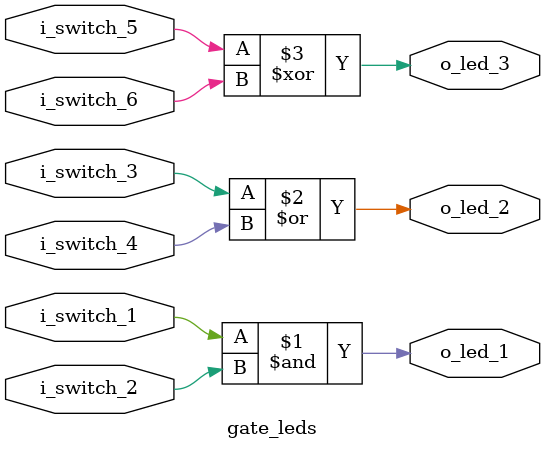
<source format=sv>
`timescale 1ns / 1ps


module gate_leds(
    input i_switch_1,
    input i_switch_2,
    input i_switch_3,
    input i_switch_4,
    input i_switch_5,
    input i_switch_6,    
    output o_led_1,
    output o_led_2,
    output o_led_3
    );
    
    assign o_led_1 = i_switch_1 & i_switch_2;
    assign o_led_2 = i_switch_3 | i_switch_4;
    assign o_led_3 = i_switch_5 ^ i_switch_6;
    
endmodule

</source>
